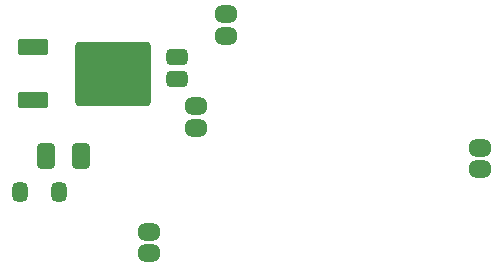
<source format=gbr>
%TF.GenerationSoftware,KiCad,Pcbnew,7.0.7-7.0.7~ubuntu22.04.1*%
%TF.CreationDate,2023-09-19T15:28:46+02:00*%
%TF.ProjectId,kicad103,6b696361-6431-4303-932e-6b696361645f,rev?*%
%TF.SameCoordinates,Original*%
%TF.FileFunction,Paste,Bot*%
%TF.FilePolarity,Positive*%
%FSLAX46Y46*%
G04 Gerber Fmt 4.6, Leading zero omitted, Abs format (unit mm)*
G04 Created by KiCad (PCBNEW 7.0.7-7.0.7~ubuntu22.04.1) date 2023-09-19 15:28:46*
%MOMM*%
%LPD*%
G01*
G04 APERTURE LIST*
G04 Aperture macros list*
%AMRoundRect*
0 Rectangle with rounded corners*
0 $1 Rounding radius*
0 $2 $3 $4 $5 $6 $7 $8 $9 X,Y pos of 4 corners*
0 Add a 4 corners polygon primitive as box body*
4,1,4,$2,$3,$4,$5,$6,$7,$8,$9,$2,$3,0*
0 Add four circle primitives for the rounded corners*
1,1,$1+$1,$2,$3*
1,1,$1+$1,$4,$5*
1,1,$1+$1,$6,$7*
1,1,$1+$1,$8,$9*
0 Add four rect primitives between the rounded corners*
20,1,$1+$1,$2,$3,$4,$5,0*
20,1,$1+$1,$4,$5,$6,$7,0*
20,1,$1+$1,$6,$7,$8,$9,0*
20,1,$1+$1,$8,$9,$2,$3,0*%
G04 Aperture macros list end*
%ADD10RoundRect,0.460250X0.453750X-0.262500X0.453750X0.262500X-0.453750X0.262500X-0.453750X-0.262500X0*%
%ADD11RoundRect,0.460250X-0.453750X0.262500X-0.453750X-0.262500X0.453750X-0.262500X0.453750X0.262500X0*%
%ADD12RoundRect,0.460000X-0.479500X0.250000X-0.479500X-0.250000X0.479500X-0.250000X0.479500X0.250000X0*%
%ADD13RoundRect,0.210000X-1.061000X0.500000X-1.061000X-0.500000X1.061000X-0.500000X1.061000X0.500000X0*%
%ADD14RoundRect,0.249000X-2.934500X2.450000X-2.934500X-2.450000X2.934500X-2.450000X2.934500X2.450000X0*%
%ADD15RoundRect,0.461500X-0.325000X-0.656500X0.325000X-0.656500X0.325000X0.656500X-0.325000X0.656500X0*%
%ADD16RoundRect,0.434000X0.225000X0.378000X-0.225000X0.378000X-0.225000X-0.378000X0.225000X-0.378000X0*%
G04 APERTURE END LIST*
D10*
%TO.C,R1*%
X68000000Y-79000000D03*
X68000000Y-77175000D03*
%TD*%
%TO.C,R5*%
X96100000Y-71912500D03*
X96100000Y-70087500D03*
%TD*%
D11*
%TO.C,R4*%
X72000000Y-66575000D03*
X72000000Y-68400000D03*
%TD*%
D12*
%TO.C,C2*%
X70400000Y-62400000D03*
X70400000Y-64300000D03*
%TD*%
D11*
%TO.C,R2*%
X74600000Y-58787500D03*
X74600000Y-60612500D03*
%TD*%
D13*
%TO.C,IC1*%
X58200000Y-66080000D03*
X58200000Y-61520000D03*
D14*
X65000000Y-63800000D03*
%TD*%
D15*
%TO.C,C1*%
X59350000Y-70800000D03*
X62300000Y-70800000D03*
%TD*%
D16*
%TO.C,D1*%
X60400000Y-73800000D03*
X57100000Y-73800000D03*
%TD*%
M02*

</source>
